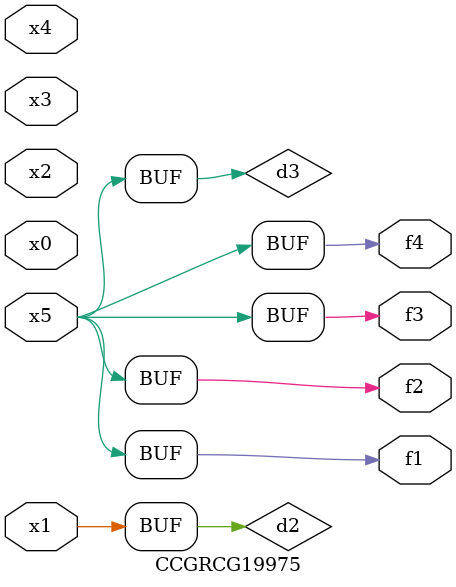
<source format=v>
module CCGRCG19975(
	input x0, x1, x2, x3, x4, x5,
	output f1, f2, f3, f4
);

	wire d1, d2, d3;

	not (d1, x5);
	or (d2, x1);
	xnor (d3, d1);
	assign f1 = d3;
	assign f2 = d3;
	assign f3 = d3;
	assign f4 = d3;
endmodule

</source>
